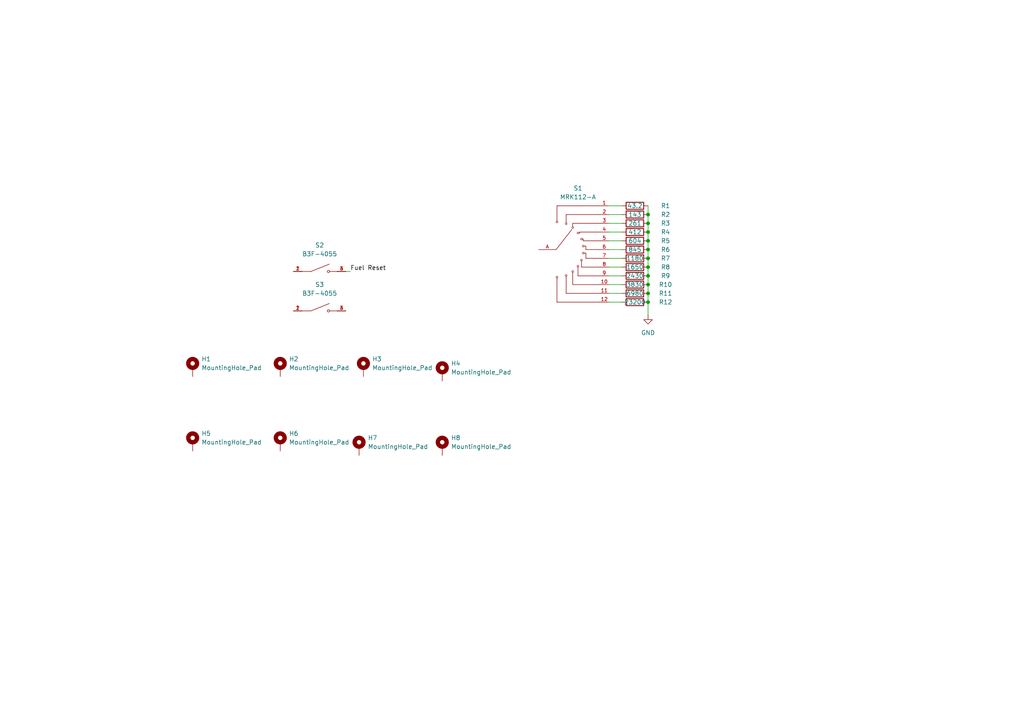
<source format=kicad_sch>
(kicad_sch (version 20250114) (generator "eeschema") (generator_version "9.0")
  (paper "A4")
  (lib_symbols
    (symbol "B3F-4055:B3F-4055" (pin_names (offset 1.016))
      (property "Reference" "S" (at -2.54 2.54 0))
      (property "Value" "B3F-4055" (at -2.54 -2.54 0))
      (symbol "B3F-4055_0_0"
        (polyline (pts (xy -2.54 0) (xy -5.08 0)) (stroke (width 0.1524)))
        (polyline (pts (xy -2.54 0) (xy 2.794 2.1336)) (stroke (width 0.1524)))
        (circle (center 2.54 0) (radius 0.3302) (stroke (width 0.1524)))
        (polyline (pts (xy 5.08 0) (xy 2.921 0)) (stroke (width 0.1524)))
        (pin passive line (at -7.62 0 0) (length 2.54) (name "~") (number "1"))
        (pin passive line (at -7.62 0 0) (length 2.54) (name "~") (number "2"))
        (pin passive line (at 7.62 0 180) (length 2.54) (name "~") (number "3"))
        (pin passive line (at 7.62 0 180) (length 2.54) (name "~") (number "4"))
      )
    )
    (symbol "Device:R" (pin_numbers (hide yes)) (pin_names (offset 0))
      (property "Reference" "R" (at 2.032 0 90))
      (property "Value" "R" (at 0 0 90))
      (symbol "R_0_1"
        (rectangle (start -1.016 -2.54) (end 1.016 2.54) (stroke (width 0.254)))
      )
      (symbol "R_1_1"
        (pin passive line (at 0 3.81 270) (length 1.27) (name "~") (number "1"))
        (pin passive line (at 0 -3.81 90) (length 1.27) (name "~") (number "2"))
      )
    )
    (symbol "MRK112-A:MRK112-A" (pin_names (offset 1.016))
      (property "Reference" "S" (at -7.62 15.24 0))
      (property "Value" "MRK112-A" (at -7.62 -17.78 0))
      (symbol "MRK112-A_0_0"
        (polyline (pts (xy -5.08 0) (xy -0.508 5.842)) (stroke (width 0.1524)))
        (polyline (pts (xy -4.826 12.7) (xy -4.826 8.255)) (stroke (width 0.1524)))
        (circle (center -4.826 8.001) (radius 0.254) (stroke (width 0.127)))
        (circle (center -4.826 -8.001) (radius 0.254) (stroke (width 0.127)))
        (polyline (pts (xy -4.826 -15.24) (xy -4.826 -8.255)) (stroke (width 0.1524)))
        (polyline (pts (xy -2.159 10.16) (xy -2.159 7.747)) (stroke (width 0.1524)))
        (circle (center -2.159 7.493) (radius 0.254) (stroke (width 0.127)))
        (circle (center -2.159 -7.493) (radius 0.254) (stroke (width 0.127)))
        (polyline (pts (xy -2.159 -12.7) (xy -2.159 -7.747)) (stroke (width 0.1524)))
        (polyline (pts (xy -0.254 7.62) (xy -0.254 6.604)) (stroke (width 0.1524)))
        (circle (center -0.254 6.35) (radius 0.254) (stroke (width 0.127)))
        (circle (center -0.254 -6.35) (radius 0.254) (stroke (width 0.127)))
        (polyline (pts (xy -0.254 -10.16) (xy -0.254 -6.604)) (stroke (width 0.1524)))
        (circle (center 1.27 4.826) (radius 0.254) (stroke (width 0.127)))
        (circle (center 1.27 -4.826) (radius 0.254) (stroke (width 0.127)))
        (polyline (pts (xy 1.27 -7.62) (xy 1.27 -5.08)) (stroke (width 0.1524)))
        (polyline (pts (xy 1.778 5.08) (xy 1.778 4.826)) (stroke (width 0.1524)))
        (polyline (pts (xy 1.778 4.826) (xy 1.524 4.826)) (stroke (width 0.1524)))
        (circle (center 2.286 3.048) (radius 0.254) (stroke (width 0.127)))
        (circle (center 2.286 -3.048) (radius 0.254) (stroke (width 0.127)))
        (polyline (pts (xy 2.286 -5.08) (xy 2.286 -3.302)) (stroke (width 0.1524)))
        (polyline (pts (xy 2.794 3.048) (xy 2.54 3.048)) (stroke (width 0.1524)))
        (polyline (pts (xy 2.794 2.54) (xy 2.794 3.048)) (stroke (width 0.1524)))
        (circle (center 2.794 1.016) (radius 0.254) (stroke (width 0.127)))
        (circle (center 2.794 -1.016) (radius 0.254) (stroke (width 0.127)))
        (polyline (pts (xy 3.556 1.016) (xy 3.048 1.016)) (stroke (width 0.1524)))
        (polyline (pts (xy 3.556 0) (xy 3.556 1.016)) (stroke (width 0.1524)))
        (polyline (pts (xy 3.556 -1.016) (xy 3.048 -1.016)) (stroke (width 0.1524)))
        (polyline (pts (xy 3.556 -2.54) (xy 3.556 -1.016)) (stroke (width 0.1524)))
        (polyline (pts (xy 7.62 12.7) (xy -4.826 12.7)) (stroke (width 0.1524)))
        (polyline (pts (xy 7.62 10.16) (xy -2.159 10.16)) (stroke (width 0.1524)))
        (polyline (pts (xy 7.62 7.62) (xy -0.254 7.62)) (stroke (width 0.1524)))
        (polyline (pts (xy 7.62 5.08) (xy 1.778 5.08)) (stroke (width 0.1524)))
        (polyline (pts (xy 7.62 2.54) (xy 2.794 2.54)) (stroke (width 0.1524)))
        (polyline (pts (xy 7.62 0) (xy 3.556 0)) (stroke (width 0.1524)))
        (polyline (pts (xy 7.62 -2.54) (xy 3.556 -2.54)) (stroke (width 0.1524)))
        (polyline (pts (xy 7.62 -5.08) (xy 2.286 -5.08)) (stroke (width 0.1524)))
        (polyline (pts (xy 7.62 -7.62) (xy 1.27 -7.62)) (stroke (width 0.1524)))
        (polyline (pts (xy 7.62 -10.16) (xy -0.254 -10.16)) (stroke (width 0.1524)))
        (polyline (pts (xy 7.62 -12.7) (xy -2.159 -12.7)) (stroke (width 0.1524)))
        (polyline (pts (xy 7.62 -15.24) (xy -4.826 -15.24)) (stroke (width 0.1524)))
        (pin passive line (at -10.16 0 0) (length 5.08) (name "~") (number "A"))
        (pin passive line (at 10.16 12.7 180) (length 2.54) (name "~") (number "1"))
        (pin passive line (at 10.16 10.16 180) (length 2.54) (name "~") (number "2"))
        (pin passive line (at 10.16 7.62 180) (length 2.54) (name "~") (number "3"))
        (pin passive line (at 10.16 5.08 180) (length 2.54) (name "~") (number "4"))
        (pin passive line (at 10.16 2.54 180) (length 2.54) (name "~") (number "5"))
        (pin passive line (at 10.16 0 180) (length 2.54) (name "~") (number "6"))
        (pin passive line (at 10.16 -2.54 180) (length 2.54) (name "~") (number "7"))
        (pin passive line (at 10.16 -5.08 180) (length 2.54) (name "~") (number "8"))
        (pin passive line (at 10.16 -7.62 180) (length 2.54) (name "~") (number "9"))
        (pin passive line (at 10.16 -10.16 180) (length 2.54) (name "~") (number "10"))
        (pin passive line (at 10.16 -12.7 180) (length 2.54) (name "~") (number "11"))
        (pin passive line (at 10.16 -15.24 180) (length 2.54) (name "~") (number "12"))
      )
    )
    (symbol "Mechanical:MountingHole_Pad" (pin_numbers (hide yes)) (pin_names (offset 1.016) (hide yes)) (in_bom no)
      (property "Reference" "H" (at 0 6.35 0))
      (property "Value" "MountingHole_Pad" (at 0 4.445 0))
      (symbol "MountingHole_Pad_0_1"
        (circle (center 0 1.27) (radius 1.27) (stroke (width 1.27)))
      )
      (symbol "MountingHole_Pad_1_1"
        (pin input line (at 0 -2.54 90) (length 2.54) (name "1") (number "1"))
      )
    )
    (symbol "power:GND" (power) (pin_numbers (hide yes)) (pin_names (offset 0) (hide yes))
      (property "Value" "GND" (at 0 -3.81 0))
      (symbol "GND_0_1"
        (polyline (pts (xy 0 0) (xy 0 -1.27) (xy 1.27 -1.27) (xy 0 -2.54) (xy -1.27 -1.27) (xy 0 -1.27)))
      )
      (symbol "GND_1_1"
        (pin power_in line (at 0 0 270) (length 0) (name "~") (number "1"))
      )
    )
  )
  (junction (at 187.96 69.85))
  (junction (at 187.96 67.31))
  (junction (at 187.96 62.23))
  (junction (at 187.96 77.47))
  (junction (at 187.96 74.93))
  (junction (at 187.96 87.63))
  (junction (at 187.96 85.09))
  (junction (at 187.96 80.01))
  (junction (at 187.96 82.55))
  (junction (at 187.96 64.77))
  (junction (at 187.96 72.39))
  (wire (pts (xy 176.53 80.01) (xy 180.34 80.01)))
  (wire (pts (xy 176.53 64.77) (xy 180.34 64.77)))
  (wire (pts (xy 187.96 77.47) (xy 187.96 80.01)))
  (wire (pts (xy 187.96 74.93) (xy 187.96 77.47)))
  (wire (pts (xy 176.53 87.63) (xy 180.34 87.63)))
  (wire (pts (xy 187.96 67.31) (xy 187.96 69.85)))
  (wire (pts (xy 187.96 85.09) (xy 187.96 87.63)))
  (wire (pts (xy 100.33 78.74) (xy 101.6 78.74)))
  (wire (pts (xy 187.96 72.39) (xy 187.96 74.93)))
  (wire (pts (xy 187.96 87.63) (xy 187.96 91.44)))
  (wire (pts (xy 187.96 82.55) (xy 187.96 85.09)))
  (wire (pts (xy 176.53 85.09) (xy 180.34 85.09)))
  (wire (pts (xy 176.53 72.39) (xy 180.34 72.39)))
  (wire (pts (xy 176.53 77.47) (xy 180.34 77.47)))
  (wire (pts (xy 187.96 64.77) (xy 187.96 67.31)))
  (wire (pts (xy 187.96 69.85) (xy 187.96 72.39)))
  (wire (pts (xy 176.53 62.23) (xy 180.34 62.23)))
  (wire (pts (xy 176.53 82.55) (xy 180.34 82.55)))
  (wire (pts (xy 176.53 59.69) (xy 180.34 59.69)))
  (wire (pts (xy 187.96 59.69) (xy 187.96 62.23)))
  (wire (pts (xy 176.53 74.93) (xy 180.34 74.93)))
  (wire (pts (xy 176.53 67.31) (xy 180.34 67.31)))
  (wire (pts (xy 187.96 62.23) (xy 187.96 64.77)))
  (wire (pts (xy 176.53 69.85) (xy 180.34 69.85)))
  (wire (pts (xy 187.96 80.01) (xy 187.96 82.55)))
  (label "Fuel Reset" (at 101.6 78.74 0))
  (symbol (lib_id "Device:R") (at 184.15 85.09 90) (unit 1)
    (property "Reference" "R11" (at 193.04 85.09 90))
    (property "Value" "6980" (at 184.15 85.09 90))
    (property "Footprint" "Resistor_SMD:R_0805_2012Metric" (effects (hide yes)))
    (property "Description" "Resistor" (effects (hide yes)))
  )
  (symbol (lib_id "Device:R") (at 184.15 87.63 90) (unit 1)
    (property "Reference" "R12" (at 193.04 87.63 90))
    (property "Value" "23200" (at 184.15 87.63 90))
    (property "Footprint" "Resistor_SMD:R_0805_2012Metric" (effects (hide yes)))
    (property "Description" "Resistor" (effects (hide yes)))
  )
  (symbol (lib_id "Device:R") (at 184.15 82.55 90) (unit 1)
    (property "Reference" "R10" (at 193.04 82.55 90))
    (property "Value" "3830" (at 184.15 82.55 90))
    (property "Footprint" "Resistor_SMD:R_0805_2012Metric" (effects (hide yes)))
    (property "Description" "Resistor" (effects (hide yes)))
  )
  (symbol (lib_id "Mechanical:MountingHole_Pad") (at 55.88 106.68 0) (unit 1) (in_bom no)
    (property "Reference" "H1" (at 58.42 104.1399 0) (effects (justify left)))
    (property "Value" "MountingHole_Pad" (at 58.42 106.6799 0) (effects (justify left)))
    (property "Footprint" "Connector_Wire:SolderWire-1sqmm_1x01_D1.4mm_OD2.7mm_Relief" (effects (hide yes)))
    (property "Description" "Mounting Hole with connection" (effects (hide yes)))
  )
  (symbol (lib_id "Device:R") (at 184.15 67.31 90) (unit 1)
    (property "Reference" "R4" (at 193.04 67.31 90))
    (property "Value" "412" (at 184.15 67.31 90))
    (property "Footprint" "Resistor_SMD:R_0805_2012Metric" (effects (hide yes)))
    (property "Description" "Resistor" (effects (hide yes)))
  )
  (symbol (lib_id "Device:R") (at 184.15 80.01 90) (unit 1)
    (property "Reference" "R9" (at 193.04 80.01 90))
    (property "Value" "2430" (at 184.15 80.01 90))
    (property "Footprint" "Resistor_SMD:R_0805_2012Metric" (effects (hide yes)))
    (property "Description" "Resistor" (effects (hide yes)))
  )
  (symbol (lib_id "MRK112-A:MRK112-A") (at 166.37 72.39 0) (unit 1)
    (property "Reference" "S1" (at 167.64 54.61 0))
    (property "Value" "MRK112-A" (at 167.64 57.15 0))
    (property "Footprint" "MRK112-A:SW_MRK112-A" (effects (hide yes)))
    (property "PARTREV" "N/A" (effects (hide yes)))
    (property "STANDARD" "Manufacturer Recommendations" (effects (hide yes)))
    (property "MAXIMUM_PACKAGE_HEIGHT" "25.6 mm" (effects (hide yes)))
    (property "MANUFACTURER" "NKK switches" (effects (hide yes)))
    (property "Digikey Part Number" "360-2372-ND" (effects (hide yes)))
  )
  (symbol (lib_id "Mechanical:MountingHole_Pad") (at 55.88 128.27 0) (unit 1) (in_bom no)
    (property "Reference" "H5" (at 58.42 125.7299 0) (effects (justify left)))
    (property "Value" "MountingHole_Pad" (at 58.42 128.2699 0) (effects (justify left)))
    (property "Footprint" "Connector_Wire:SolderWire-6sqmm_1x01_D3.5mm_OD7mm_Relief" (effects (hide yes)))
    (property "Description" "Mounting Hole with connection" (effects (hide yes)))
  )
  (symbol (lib_id "Mechanical:MountingHole_Pad") (at 104.14 129.54 0) (unit 1) (in_bom no)
    (property "Reference" "H7" (at 106.68 126.9999 0) (effects (justify left)))
    (property "Value" "MountingHole_Pad" (at 106.68 129.5399 0) (effects (justify left)))
    (property "Footprint" "Connector_Wire:SolderWire-6sqmm_1x01_D3.5mm_OD7mm_Relief" (effects (hide yes)))
    (property "Description" "Mounting Hole with connection" (effects (hide yes)))
  )
  (symbol (lib_id "Mechanical:MountingHole_Pad") (at 105.41 106.68 0) (unit 1) (in_bom no)
    (property "Reference" "H3" (at 107.95 104.1399 0) (effects (justify left)))
    (property "Value" "MountingHole_Pad" (at 107.95 106.6799 0) (effects (justify left)))
    (property "Footprint" "Connector_Wire:SolderWire-6sqmm_1x01_D3.5mm_OD7mm_Relief" (effects (hide yes)))
    (property "Description" "Mounting Hole with connection" (effects (hide yes)))
  )
  (symbol (lib_id "Device:R") (at 184.15 69.85 90) (unit 1)
    (property "Reference" "R5" (at 193.04 69.85 90))
    (property "Value" "604" (at 184.15 69.85 90))
    (property "Footprint" "Resistor_SMD:R_0805_2012Metric" (effects (hide yes)))
    (property "Description" "Resistor" (effects (hide yes)))
  )
  (symbol (lib_id "Device:R") (at 184.15 64.77 90) (unit 1)
    (property "Reference" "R3" (at 193.04 64.77 90))
    (property "Value" "261" (at 184.15 64.77 90))
    (property "Footprint" "Resistor_SMD:R_0805_2012Metric" (effects (hide yes)))
    (property "Description" "Resistor" (effects (hide yes)))
  )
  (symbol (lib_id "B3F-4055:B3F-4055") (at 92.71 78.74 0) (unit 1)
    (property "Reference" "S2" (at 92.71 71.12 0))
    (property "Value" "B3F-4055" (at 92.71 73.66 0))
    (property "Footprint" "Button_Switch_THT:SW_B3F-4055" (effects (hide yes)))
    (property "PARTREV" "A070-E1-08" (effects (hide yes)))
    (property "STANDARD" "Manufacturer Recommendations" (effects (hide yes)))
    (property "MAXIMUM_PACKAGE_HEIGHT" "7.5 mm" (effects (hide yes)))
    (property "MANUFACTURER" "Omron Electronics" (effects (hide yes)))
  )
  (symbol (lib_id "B3F-4055:B3F-4055") (at 92.71 90.17 0) (unit 1)
    (property "Reference" "S3" (at 92.71 82.55 0))
    (property "Value" "B3F-4055" (at 92.71 85.09 0))
    (property "Footprint" "Button_Switch_THT:SW_B3F-4055" (effects (hide yes)))
    (property "PARTREV" "A070-E1-08" (effects (hide yes)))
    (property "STANDARD" "Manufacturer Recommendations" (effects (hide yes)))
    (property "MAXIMUM_PACKAGE_HEIGHT" "7.5 mm" (effects (hide yes)))
    (property "MANUFACTURER" "Omron Electronics" (effects (hide yes)))
  )
  (symbol (lib_id "Device:R") (at 184.15 72.39 90) (unit 1)
    (property "Reference" "R6" (at 193.04 72.39 90))
    (property "Value" "845" (at 184.15 72.39 90))
    (property "Footprint" "Resistor_SMD:R_0805_2012Metric" (effects (hide yes)))
    (property "Description" "Resistor" (effects (hide yes)))
  )
  (symbol (lib_id "power:GND") (at 187.96 91.44 0) (unit 1)
    (property "Reference" "#PWR01" (effects (hide yes)))
    (property "Value" "GND" (at 187.96 96.52 0))
    (property "Description" "Power symbol creates a global label with name \"GND\" , ground" (effects (hide yes)))
  )
  (symbol (lib_id "Mechanical:MountingHole_Pad") (at 81.28 106.68 0) (unit 1) (in_bom no)
    (property "Reference" "H2" (at 83.82 104.1399 0) (effects (justify left)))
    (property "Value" "MountingHole_Pad" (at 83.82 106.6799 0) (effects (justify left)))
    (property "Footprint" "Connector_Wire:SolderWire-6sqmm_1x01_D3.5mm_OD7mm_Relief" (effects (hide yes)))
    (property "Description" "Mounting Hole with connection" (effects (hide yes)))
  )
  (symbol (lib_id "Device:R") (at 184.15 77.47 90) (unit 1)
    (property "Reference" "R8" (at 193.04 77.47 90))
    (property "Value" "1650" (at 184.15 77.47 90))
    (property "Footprint" "Resistor_SMD:R_0805_2012Metric" (effects (hide yes)))
    (property "Description" "Resistor" (effects (hide yes)))
  )
  (symbol (lib_id "Device:R") (at 184.15 59.69 90) (unit 1)
    (property "Reference" "R1" (at 193.04 59.69 90))
    (property "Value" "43.2" (at 184.15 59.69 90))
    (property "Footprint" "Resistor_SMD:R_0805_2012Metric" (effects (hide yes)))
    (property "Description" "Resistor" (effects (hide yes)))
  )
  (symbol (lib_id "Device:R") (at 184.15 62.23 90) (unit 1)
    (property "Reference" "R2" (at 193.04 62.23 90))
    (property "Value" "143" (at 184.15 62.23 90))
    (property "Footprint" "Resistor_SMD:R_0805_2012Metric" (effects (hide yes)))
    (property "Description" "Resistor" (effects (hide yes)))
  )
  (symbol (lib_id "Mechanical:MountingHole_Pad") (at 128.27 129.54 0) (unit 1) (in_bom no)
    (property "Reference" "H8" (at 130.81 126.9999 0) (effects (justify left)))
    (property "Value" "MountingHole_Pad" (at 130.81 129.5399 0) (effects (justify left)))
    (property "Footprint" "Connector_Wire:SolderWire-6sqmm_1x01_D3.5mm_OD7mm_Relief" (effects (hide yes)))
    (property "Description" "Mounting Hole with connection" (effects (hide yes)))
  )
  (symbol (lib_id "Device:R") (at 184.15 74.93 90) (unit 1)
    (property "Reference" "R7" (at 193.04 74.93 90))
    (property "Value" "1180" (at 184.15 74.93 90))
    (property "Footprint" "Resistor_SMD:R_0805_2012Metric" (effects (hide yes)))
    (property "Description" "Resistor" (effects (hide yes)))
  )
  (symbol (lib_id "Mechanical:MountingHole_Pad") (at 128.27 107.95 0) (unit 1) (in_bom no)
    (property "Reference" "H4" (at 130.81 105.4099 0) (effects (justify left)))
    (property "Value" "MountingHole_Pad" (at 130.81 107.9499 0) (effects (justify left)))
    (property "Footprint" "Connector_Wire:SolderWire-6sqmm_1x01_D3.5mm_OD7mm_Relief" (effects (hide yes)))
    (property "Description" "Mounting Hole with connection" (effects (hide yes)))
  )
  (symbol (lib_id "Mechanical:MountingHole_Pad") (at 81.28 128.27 0) (unit 1) (in_bom no)
    (property "Reference" "H6" (at 83.82 125.7299 0) (effects (justify left)))
    (property "Value" "MountingHole_Pad" (at 83.82 128.2699 0) (effects (justify left)))
    (property "Footprint" "Connector_Wire:SolderWire-6sqmm_1x01_D3.5mm_OD7mm_Relief" (effects (hide yes)))
    (property "Description" "Mounting Hole with connection" (effects (hide yes)))
  )
)
</source>
